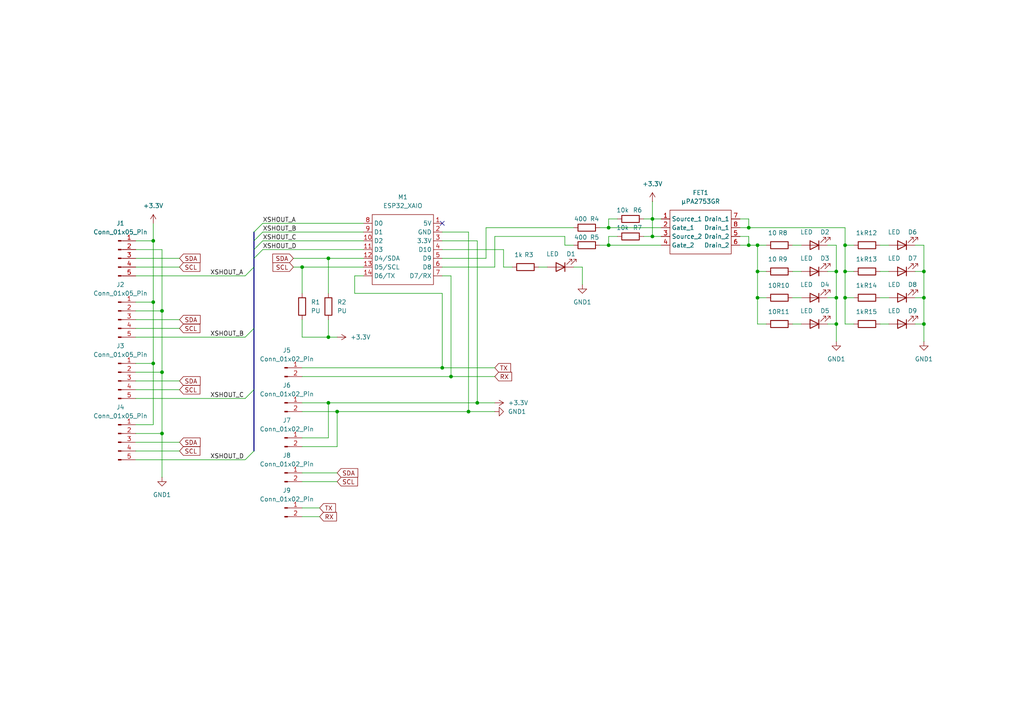
<source format=kicad_sch>
(kicad_sch (version 20231120) (generator "eeschema") (generator_version "8.0")
  (paper "A4")
  (lib_symbols
    (symbol "Connector:Conn_01x02_Pin" (pin_names (offset 1.016) hide)
      (property "Reference" "J" (at 0 2.54 0))
      (property "Value" "Conn_01x02_Pin" (at 0 -5.08 0))
      (symbol "Conn_01x02_Pin_1_1"
        (polyline (pts (xy 1.27 -2.54) (xy 0.8636 -2.54)) (stroke (width 0.1524)))
        (polyline (pts (xy 1.27 0) (xy 0.8636 0)) (stroke (width 0.1524)))
        (rectangle (start 0.8636 -2.413) (end 0 -2.667) (stroke (width 0.1524)) (fill (type outline)))
        (rectangle (start 0.8636 0.127) (end 0 -0.127) (stroke (width 0.1524)) (fill (type outline)))
        (pin passive line (at 5.08 0 180) (length 3.81) (name "Pin_1") (number "1"))
        (pin passive line (at 5.08 -2.54 180) (length 3.81) (name "Pin_2") (number "2"))
      )
    )
    (symbol "Connector:Conn_01x05_Pin" (pin_names (offset 1.016) hide)
      (property "Reference" "J" (at 0 7.62 0))
      (property "Value" "Conn_01x05_Pin" (at 0 -7.62 0))
      (symbol "Conn_01x05_Pin_1_1"
        (polyline (pts (xy 1.27 -5.08) (xy 0.8636 -5.08)) (stroke (width 0.1524)))
        (polyline (pts (xy 1.27 -2.54) (xy 0.8636 -2.54)) (stroke (width 0.1524)))
        (polyline (pts (xy 1.27 0) (xy 0.8636 0)) (stroke (width 0.1524)))
        (polyline (pts (xy 1.27 2.54) (xy 0.8636 2.54)) (stroke (width 0.1524)))
        (polyline (pts (xy 1.27 5.08) (xy 0.8636 5.08)) (stroke (width 0.1524)))
        (rectangle (start 0.8636 -4.953) (end 0 -5.207) (stroke (width 0.1524)) (fill (type outline)))
        (rectangle (start 0.8636 -2.413) (end 0 -2.667) (stroke (width 0.1524)) (fill (type outline)))
        (rectangle (start 0.8636 0.127) (end 0 -0.127) (stroke (width 0.1524)) (fill (type outline)))
        (rectangle (start 0.8636 2.667) (end 0 2.413) (stroke (width 0.1524)) (fill (type outline)))
        (rectangle (start 0.8636 5.207) (end 0 4.953) (stroke (width 0.1524)) (fill (type outline)))
        (pin passive line (at 5.08 5.08 180) (length 3.81) (name "Pin_1") (number "1"))
        (pin passive line (at 5.08 2.54 180) (length 3.81) (name "Pin_2") (number "2"))
        (pin passive line (at 5.08 0 180) (length 3.81) (name "Pin_3") (number "3"))
        (pin passive line (at 5.08 -2.54 180) (length 3.81) (name "Pin_4") (number "4"))
        (pin passive line (at 5.08 -5.08 180) (length 3.81) (name "Pin_5") (number "5"))
      )
    )
    (symbol "Device:LED" (pin_numbers hide) (pin_names (offset 1.016) hide)
      (property "Reference" "D" (at 0 2.54 0))
      (property "Value" "LED" (at 0 -2.54 0))
      (symbol "LED_0_1"
        (polyline (pts (xy -1.27 -1.27) (xy -1.27 1.27)) (stroke (width 0.254)))
        (polyline (pts (xy -1.27 0) (xy 1.27 0)))
        (polyline (pts (xy 1.27 -1.27) (xy 1.27 1.27) (xy -1.27 0) (xy 1.27 -1.27)) (stroke (width 0.254)))
        (polyline (pts (xy -3.048 -0.762) (xy -4.572 -2.286) (xy -3.81 -2.286) (xy -4.572 -2.286) (xy -4.572 -1.524)))
        (polyline (pts (xy -1.778 -0.762) (xy -3.302 -2.286) (xy -2.54 -2.286) (xy -3.302 -2.286) (xy -3.302 -1.524)))
      )
      (symbol "LED_1_1"
        (pin passive line (at -3.81 0 0) (length 2.54) (name "K") (number "1"))
        (pin passive line (at 3.81 0 180) (length 2.54) (name "A") (number "2"))
      )
    )
    (symbol "Device:R" (pin_numbers hide) (pin_names (offset 0))
      (property "Reference" "R" (at 2.032 0 90))
      (property "Value" "R" (at 0 0 90))
      (symbol "R_0_1"
        (rectangle (start -1.016 -2.54) (end 1.016 2.54) (stroke (width 0.254)))
      )
      (symbol "R_1_1"
        (pin passive line (at 0 3.81 270) (length 1.27) (name "~") (number "1"))
        (pin passive line (at 0 -3.81 90) (length 1.27) (name "~") (number "2"))
      )
    )
    (symbol "esp32_lib:xiao_esp32"
      (property "Reference" "M" (at 0 1.016 0))
      (property "Value" "ESP32_XAIO" (at -0.254 3.048 0))
      (symbol "xiao_esp32_0_1"
        (rectangle (start -8.89 0) (end 8.89 -20.32))
      )
      (symbol "xiao_esp32_1_1"
        (pin bidirectional line (at 11.43 -2.54 180) (length 2.54) (name "5V") (number "1"))
        (pin bidirectional line (at -11.43 -7.62 0) (length 2.54) (name "D2") (number "10"))
        (pin bidirectional line (at -11.43 -10.16 0) (length 2.54) (name "D3") (number "11"))
        (pin bidirectional line (at -11.43 -12.7 0) (length 2.54) (name "D4/SDA") (number "12"))
        (pin bidirectional line (at -11.43 -15.24 0) (length 2.54) (name "D5/SCL") (number "13"))
        (pin bidirectional line (at -11.43 -17.78 0) (length 2.54) (name "D6/TX") (number "14"))
        (pin bidirectional line (at 11.43 -5.08 180) (length 2.54) (name "GND") (number "2"))
        (pin bidirectional line (at 11.43 -7.62 180) (length 2.54) (name "3.3V") (number "3"))
        (pin bidirectional line (at 11.43 -10.16 180) (length 2.54) (name "D10") (number "4"))
        (pin bidirectional line (at 11.43 -12.7 180) (length 2.54) (name "D9") (number "5"))
        (pin bidirectional line (at 11.43 -15.24 180) (length 2.54) (name "D8") (number "6"))
        (pin bidirectional line (at 11.43 -17.78 180) (length 2.54) (name "D7/RX") (number "7"))
        (pin bidirectional line (at -11.43 -2.54 0) (length 2.54) (name "D0") (number "8"))
        (pin bidirectional line (at -11.43 -5.08 0) (length 2.54) (name "D1") (number "9"))
      )
    )
    (symbol "esp32_lib:μPA2753GR"
      (property "Reference" "FET" (at 0 1.27 0))
      (property "Value" "μPA2753GR" (at 0 3.048 0))
      (symbol "μPA2753GR_0_1"
        (rectangle (start -8.89 0) (end 8.89 -12.7))
      )
      (symbol "μPA2753GR_1_1"
        (pin power_in line (at -11.43 -2.54 0) (length 2.54) (name "Source_1") (number "1"))
        (pin input line (at -11.43 -5.08 0) (length 2.54) (name "Gate_1") (number "2"))
        (pin power_in line (at -11.43 -7.62 0) (length 2.54) (name "Source_2") (number "3"))
        (pin input line (at -11.43 -10.16 0) (length 2.54) (name "Gate_2") (number "4"))
        (pin power_out line (at 11.43 -7.62 180) (length 2.54) (name "Drain_2") (number "5"))
        (pin power_out line (at 11.43 -10.16 180) (length 2.54) (name "Drain_2") (number "6"))
        (pin power_out line (at 11.43 -2.54 180) (length 2.54) (name "Drain_1") (number "7"))
        (pin power_out line (at 11.43 -5.08 180) (length 2.54) (name "Drain_1") (number "8"))
      )
    )
    (symbol "power:+3.3V" (power) (pin_numbers hide) (pin_names (offset 0) hide)
      (property "Value" "+3.3V" (at 0 3.556 0))
      (symbol "+3.3V_0_1"
        (polyline (pts (xy -0.762 1.27) (xy 0 2.54)))
        (polyline (pts (xy 0 0) (xy 0 2.54)))
        (polyline (pts (xy 0 2.54) (xy 0.762 1.27)))
      )
      (symbol "+3.3V_1_1"
        (pin power_in line (at 0 0 90) (length 0) (name "~") (number "1"))
      )
    )
    (symbol "power:GND1" (power) (pin_numbers hide) (pin_names (offset 0) hide)
      (property "Value" "GND1" (at 0 -3.81 0))
      (symbol "GND1_0_1"
        (polyline (pts (xy 0 0) (xy 0 -1.27) (xy 1.27 -1.27) (xy 0 -2.54) (xy -1.27 -1.27) (xy 0 -1.27)))
      )
      (symbol "GND1_1_1"
        (pin power_in line (at 0 0 270) (length 0) (name "~") (number "1"))
      )
    )
  )
  (junction (at 44.45 87.63))
  (junction (at 44.45 105.41))
  (junction (at 242.57 86.36))
  (junction (at 189.23 63.5))
  (junction (at 219.71 71.12))
  (junction (at 46.99 107.95))
  (junction (at 130.81 109.22))
  (junction (at 245.11 86.36))
  (junction (at 135.89 119.38))
  (junction (at 95.25 116.84))
  (junction (at 189.23 68.58))
  (junction (at 176.53 66.04))
  (junction (at 217.17 66.04))
  (junction (at 267.97 78.74))
  (junction (at 46.99 90.17))
  (junction (at 217.17 71.12))
  (junction (at 245.11 71.12))
  (junction (at 245.11 78.74))
  (junction (at 97.79 119.38))
  (junction (at 95.25 74.93))
  (junction (at 128.27 106.68))
  (junction (at 267.97 93.98))
  (junction (at 87.63 77.47))
  (junction (at 219.71 78.74))
  (junction (at 219.71 86.36))
  (junction (at 95.25 97.79))
  (junction (at 44.45 69.85))
  (junction (at 242.57 93.98))
  (junction (at 138.43 116.84))
  (junction (at 46.99 125.73))
  (junction (at 242.57 78.74))
  (junction (at 267.97 86.36))
  (junction (at 176.53 71.12))
  (no_connect (at 128.27 64.77))
  (bus_entry (at 71.12 115.57) (size 2.54 -2.54))
  (bus_entry (at 73.66 74.93) (size 2.54 -2.54))
  (bus_entry (at 71.12 97.79) (size 2.54 -2.54))
  (bus_entry (at 73.66 67.31) (size 2.54 -2.54))
  (bus_entry (at 71.12 80.01) (size 2.54 -2.54))
  (bus_entry (at 73.66 69.85) (size 2.54 -2.54))
  (bus_entry (at 73.66 72.39) (size 2.54 -2.54))
  (bus_entry (at 71.12 133.35) (size 2.54 -2.54))
  (wire (pts (xy 39.37 95.25) (xy 52.07 95.25)))
  (wire (pts (xy 135.89 119.38) (xy 143.51 119.38)))
  (wire (pts (xy 156.21 77.47) (xy 158.75 77.47)))
  (wire (pts (xy 140.97 66.04) (xy 140.97 74.93)))
  (wire (pts (xy 173.99 66.04) (xy 176.53 66.04)))
  (bus (pts (xy 73.66 113.03) (xy 73.66 130.81)))
  (wire (pts (xy 267.97 86.36) (xy 267.97 93.98)))
  (wire (pts (xy 128.27 85.09) (xy 128.27 106.68)))
  (wire (pts (xy 128.27 106.68) (xy 143.51 106.68)))
  (wire (pts (xy 176.53 68.58) (xy 179.07 68.58)))
  (wire (pts (xy 39.37 77.47) (xy 52.07 77.47)))
  (wire (pts (xy 87.63 92.71) (xy 87.63 97.79)))
  (wire (pts (xy 229.87 86.36) (xy 232.41 86.36)))
  (wire (pts (xy 135.89 67.31) (xy 135.89 119.38)))
  (wire (pts (xy 176.53 63.5) (xy 179.07 63.5)))
  (wire (pts (xy 245.11 71.12) (xy 247.65 71.12)))
  (wire (pts (xy 265.43 86.36) (xy 267.97 86.36)))
  (wire (pts (xy 39.37 133.35) (xy 71.12 133.35)))
  (wire (pts (xy 189.23 58.42) (xy 189.23 63.5)))
  (wire (pts (xy 130.81 80.01) (xy 130.81 109.22)))
  (wire (pts (xy 240.03 78.74) (xy 242.57 78.74)))
  (wire (pts (xy 44.45 123.19) (xy 39.37 123.19)))
  (wire (pts (xy 39.37 105.41) (xy 44.45 105.41)))
  (wire (pts (xy 265.43 71.12) (xy 267.97 71.12)))
  (wire (pts (xy 95.25 116.84) (xy 138.43 116.84)))
  (wire (pts (xy 229.87 78.74) (xy 232.41 78.74)))
  (wire (pts (xy 95.25 92.71) (xy 95.25 97.79)))
  (wire (pts (xy 219.71 86.36) (xy 222.25 86.36)))
  (wire (pts (xy 245.11 71.12) (xy 245.11 78.74)))
  (wire (pts (xy 87.63 139.7) (xy 97.79 139.7)))
  (wire (pts (xy 130.81 80.01) (xy 128.27 80.01)))
  (wire (pts (xy 39.37 97.79) (xy 71.12 97.79)))
  (wire (pts (xy 217.17 66.04) (xy 245.11 66.04)))
  (wire (pts (xy 229.87 71.12) (xy 232.41 71.12)))
  (wire (pts (xy 240.03 71.12) (xy 242.57 71.12)))
  (wire (pts (xy 173.99 71.12) (xy 176.53 71.12)))
  (wire (pts (xy 267.97 93.98) (xy 267.97 99.06)))
  (wire (pts (xy 214.63 63.5) (xy 217.17 63.5)))
  (wire (pts (xy 176.53 71.12) (xy 176.53 68.58)))
  (wire (pts (xy 214.63 66.04) (xy 217.17 66.04)))
  (wire (pts (xy 87.63 137.16) (xy 97.79 137.16)))
  (wire (pts (xy 255.27 93.98) (xy 257.81 93.98)))
  (wire (pts (xy 97.79 119.38) (xy 135.89 119.38)))
  (wire (pts (xy 87.63 109.22) (xy 130.81 109.22)))
  (wire (pts (xy 39.37 128.27) (xy 52.07 128.27)))
  (bus (pts (xy 73.66 69.85) (xy 73.66 72.39)))
  (wire (pts (xy 76.2 72.39) (xy 105.41 72.39)))
  (wire (pts (xy 242.57 93.98) (xy 242.57 99.06)))
  (bus (pts (xy 73.66 72.39) (xy 73.66 74.93)))
  (wire (pts (xy 186.69 63.5) (xy 189.23 63.5)))
  (wire (pts (xy 245.11 86.36) (xy 247.65 86.36)))
  (wire (pts (xy 217.17 63.5) (xy 217.17 66.04)))
  (wire (pts (xy 102.87 80.01) (xy 102.87 85.09)))
  (wire (pts (xy 245.11 93.98) (xy 247.65 93.98)))
  (wire (pts (xy 146.05 77.47) (xy 148.59 77.47)))
  (wire (pts (xy 44.45 69.85) (xy 44.45 87.63)))
  (wire (pts (xy 76.2 64.77) (xy 105.41 64.77)))
  (wire (pts (xy 138.43 69.85) (xy 138.43 116.84)))
  (wire (pts (xy 245.11 78.74) (xy 247.65 78.74)))
  (wire (pts (xy 87.63 77.47) (xy 87.63 85.09)))
  (wire (pts (xy 255.27 78.74) (xy 257.81 78.74)))
  (wire (pts (xy 76.2 69.85) (xy 105.41 69.85)))
  (bus (pts (xy 73.66 95.25) (xy 73.66 113.03)))
  (wire (pts (xy 87.63 106.68) (xy 128.27 106.68)))
  (wire (pts (xy 95.25 74.93) (xy 95.25 85.09)))
  (wire (pts (xy 267.97 78.74) (xy 267.97 86.36)))
  (wire (pts (xy 46.99 107.95) (xy 46.99 125.73)))
  (wire (pts (xy 255.27 71.12) (xy 257.81 71.12)))
  (wire (pts (xy 39.37 69.85) (xy 44.45 69.85)))
  (wire (pts (xy 76.2 67.31) (xy 105.41 67.31)))
  (wire (pts (xy 146.05 72.39) (xy 146.05 77.47)))
  (wire (pts (xy 245.11 66.04) (xy 245.11 71.12)))
  (wire (pts (xy 39.37 110.49) (xy 52.07 110.49)))
  (wire (pts (xy 105.41 80.01) (xy 102.87 80.01)))
  (wire (pts (xy 219.71 93.98) (xy 222.25 93.98)))
  (wire (pts (xy 219.71 71.12) (xy 222.25 71.12)))
  (wire (pts (xy 176.53 66.04) (xy 191.77 66.04)))
  (wire (pts (xy 229.87 93.98) (xy 232.41 93.98)))
  (wire (pts (xy 39.37 107.95) (xy 46.99 107.95)))
  (bus (pts (xy 73.66 67.31) (xy 73.66 69.85)))
  (wire (pts (xy 265.43 93.98) (xy 267.97 93.98)))
  (wire (pts (xy 39.37 90.17) (xy 46.99 90.17)))
  (wire (pts (xy 39.37 130.81) (xy 52.07 130.81)))
  (wire (pts (xy 267.97 71.12) (xy 267.97 78.74)))
  (wire (pts (xy 189.23 63.5) (xy 191.77 63.5)))
  (bus (pts (xy 73.66 74.93) (xy 73.66 77.47)))
  (wire (pts (xy 255.27 86.36) (xy 257.81 86.36)))
  (wire (pts (xy 95.25 97.79) (xy 97.79 97.79)))
  (wire (pts (xy 128.27 72.39) (xy 146.05 72.39)))
  (wire (pts (xy 39.37 74.93) (xy 52.07 74.93)))
  (wire (pts (xy 240.03 93.98) (xy 242.57 93.98)))
  (wire (pts (xy 143.51 68.58) (xy 163.83 68.58)))
  (wire (pts (xy 87.63 149.86) (xy 92.71 149.86)))
  (wire (pts (xy 85.09 74.93) (xy 95.25 74.93)))
  (wire (pts (xy 87.63 127) (xy 95.25 127)))
  (wire (pts (xy 245.11 78.74) (xy 245.11 86.36)))
  (wire (pts (xy 138.43 116.84) (xy 143.51 116.84)))
  (wire (pts (xy 219.71 78.74) (xy 219.71 86.36)))
  (wire (pts (xy 46.99 90.17) (xy 46.99 107.95)))
  (wire (pts (xy 44.45 87.63) (xy 44.45 105.41)))
  (wire (pts (xy 128.27 69.85) (xy 138.43 69.85)))
  (wire (pts (xy 44.45 64.77) (xy 44.45 69.85)))
  (wire (pts (xy 242.57 71.12) (xy 242.57 78.74)))
  (wire (pts (xy 39.37 87.63) (xy 44.45 87.63)))
  (wire (pts (xy 39.37 80.01) (xy 71.12 80.01)))
  (wire (pts (xy 217.17 71.12) (xy 219.71 71.12)))
  (bus (pts (xy 73.66 77.47) (xy 73.66 95.25)))
  (wire (pts (xy 163.83 68.58) (xy 163.83 71.12)))
  (wire (pts (xy 214.63 71.12) (xy 217.17 71.12)))
  (wire (pts (xy 44.45 105.41) (xy 44.45 123.19)))
  (wire (pts (xy 240.03 86.36) (xy 242.57 86.36)))
  (wire (pts (xy 242.57 78.74) (xy 242.57 86.36)))
  (wire (pts (xy 87.63 147.32) (xy 92.71 147.32)))
  (wire (pts (xy 46.99 125.73) (xy 39.37 125.73)))
  (wire (pts (xy 95.25 74.93) (xy 105.41 74.93)))
  (wire (pts (xy 39.37 115.57) (xy 71.12 115.57)))
  (wire (pts (xy 219.71 78.74) (xy 222.25 78.74)))
  (wire (pts (xy 265.43 78.74) (xy 267.97 78.74)))
  (wire (pts (xy 189.23 68.58) (xy 191.77 68.58)))
  (wire (pts (xy 219.71 71.12) (xy 219.71 78.74)))
  (wire (pts (xy 97.79 129.54) (xy 97.79 119.38)))
  (wire (pts (xy 166.37 77.47) (xy 168.91 77.47)))
  (wire (pts (xy 176.53 71.12) (xy 191.77 71.12)))
  (wire (pts (xy 214.63 68.58) (xy 217.17 68.58)))
  (wire (pts (xy 39.37 113.03) (xy 52.07 113.03)))
  (wire (pts (xy 128.27 74.93) (xy 140.97 74.93)))
  (wire (pts (xy 87.63 97.79) (xy 95.25 97.79)))
  (wire (pts (xy 95.25 127) (xy 95.25 116.84)))
  (wire (pts (xy 128.27 67.31) (xy 135.89 67.31)))
  (wire (pts (xy 245.11 86.36) (xy 245.11 93.98)))
  (wire (pts (xy 39.37 92.71) (xy 52.07 92.71)))
  (wire (pts (xy 168.91 77.47) (xy 168.91 82.55)))
  (wire (pts (xy 46.99 72.39) (xy 46.99 90.17)))
  (wire (pts (xy 102.87 85.09) (xy 128.27 85.09)))
  (wire (pts (xy 163.83 71.12) (xy 166.37 71.12)))
  (wire (pts (xy 85.09 77.47) (xy 87.63 77.47)))
  (wire (pts (xy 87.63 77.47) (xy 105.41 77.47)))
  (wire (pts (xy 140.97 66.04) (xy 166.37 66.04)))
  (wire (pts (xy 87.63 129.54) (xy 97.79 129.54)))
  (wire (pts (xy 87.63 116.84) (xy 95.25 116.84)))
  (wire (pts (xy 128.27 77.47) (xy 143.51 77.47)))
  (wire (pts (xy 217.17 68.58) (xy 217.17 71.12)))
  (wire (pts (xy 46.99 125.73) (xy 46.99 138.43)))
  (wire (pts (xy 219.71 86.36) (xy 219.71 93.98)))
  (wire (pts (xy 39.37 72.39) (xy 46.99 72.39)))
  (wire (pts (xy 189.23 63.5) (xy 189.23 68.58)))
  (wire (pts (xy 87.63 119.38) (xy 97.79 119.38)))
  (wire (pts (xy 242.57 86.36) (xy 242.57 93.98)))
  (wire (pts (xy 186.69 68.58) (xy 189.23 68.58)))
  (wire (pts (xy 143.51 68.58) (xy 143.51 77.47)))
  (wire (pts (xy 176.53 66.04) (xy 176.53 63.5)))
  (wire (pts (xy 130.81 109.22) (xy 143.51 109.22)))
  (label "XSHOUT_D" (at 60.96 133.35 0))
  (label "XSHOUT_B" (at 76.2 67.31 0))
  (label "XSHOUT_A" (at 60.96 80.01 0))
  (label "XSHOUT_C" (at 60.96 115.57 0))
  (label "XSHOUT_D" (at 76.2 72.39 0))
  (label "XSHOUT_C" (at 76.2 69.85 0))
  (label "XSHOUT_A" (at 76.2 64.77 0))
  (label "XSHOUT_B" (at 60.96 97.79 0))
  (global_label "RX" (shape input) (at 92.71 149.86 0) (property "Intersheetrefs" "${INTERSHEET_REFS}" (effects (hide yes))))
  (global_label "SDA" (shape input) (at 52.07 110.49 0) (property "Intersheetrefs" "${INTERSHEET_REFS}" (effects (hide yes))))
  (global_label "TX" (shape input) (at 143.51 106.68 0) (property "Intersheetrefs" "${INTERSHEET_REFS}" (effects (hide yes))))
  (global_label "SDA" (shape input) (at 52.07 128.27 0) (property "Intersheetrefs" "${INTERSHEET_REFS}" (effects (hide yes))))
  (global_label "TX" (shape input) (at 92.71 147.32 0) (property "Intersheetrefs" "${INTERSHEET_REFS}" (effects (hide yes))))
  (global_label "SCL" (shape input) (at 85.09 77.47 180) (property "Intersheetrefs" "${INTERSHEET_REFS}" (effects (hide yes))))
  (global_label "SCL" (shape input) (at 52.07 95.25 0) (property "Intersheetrefs" "${INTERSHEET_REFS}" (effects (hide yes))))
  (global_label "SCL" (shape input) (at 52.07 130.81 0) (property "Intersheetrefs" "${INTERSHEET_REFS}" (effects (hide yes))))
  (global_label "SDA" (shape input) (at 52.07 74.93 0) (property "Intersheetrefs" "${INTERSHEET_REFS}" (effects (hide yes))))
  (global_label "SDA" (shape input) (at 52.07 92.71 0) (property "Intersheetrefs" "${INTERSHEET_REFS}" (effects (hide yes))))
  (global_label "SCL" (shape input) (at 97.79 139.7 0) (property "Intersheetrefs" "${INTERSHEET_REFS}" (effects (hide yes))))
  (global_label "SDA" (shape input) (at 85.09 74.93 180) (property "Intersheetrefs" "${INTERSHEET_REFS}" (effects (hide yes))))
  (global_label "SCL" (shape input) (at 52.07 113.03 0) (property "Intersheetrefs" "${INTERSHEET_REFS}" (effects (hide yes))))
  (global_label "RX" (shape input) (at 143.51 109.22 0) (property "Intersheetrefs" "${INTERSHEET_REFS}" (effects (hide yes))))
  (global_label "SDA" (shape input) (at 97.79 137.16 0) (property "Intersheetrefs" "${INTERSHEET_REFS}" (effects (hide yes))))
  (global_label "SCL" (shape input) (at 52.07 77.47 0) (property "Intersheetrefs" "${INTERSHEET_REFS}" (effects (hide yes))))
  (symbol (lib_id "Connector:Conn_01x02_Pin") (at 82.55 137.16 0) (unit 1)
    (property "Reference" "J8" (at 83.185 132.08 0))
    (property "Value" "Conn_01x02_Pin" (at 83.185 134.62 0))
    (property "Footprint" "esp32_lib_pcb:2.54mm_pin" (effects (hide yes)))
    (property "Description" "Generic connector, single row, 01x02, script generated" (effects (hide yes)))
  )
  (symbol (lib_id "Device:LED") (at 236.22 86.36 180) (unit 1)
    (property "Reference" "D4" (at 239.268 82.55 0))
    (property "Value" "LED" (at 233.934 82.55 0))
    (property "Footprint" "esp32_lib_pcb:LEDM3528X190N" (effects (hide yes)))
    (property "Description" "Light emitting diode" (effects (hide yes)))
  )
  (symbol (lib_id "Connector:Conn_01x05_Pin") (at 34.29 74.93 0) (unit 1)
    (property "Reference" "J1" (at 34.925 64.77 0))
    (property "Value" "Conn_01x05_Pin" (at 34.925 67.31 0))
    (property "Footprint" "Connector_JST:JST_PH_S5B-PH-K_1x05_P2.00mm_Horizontal" (effects (hide yes)))
    (property "Description" "Generic connector, single row, 01x05, script generated" (effects (hide yes)))
  )
  (symbol (lib_id "Device:R") (at 226.06 71.12 90) (unit 1)
    (property "Reference" "R8" (at 227.076 67.564 90))
    (property "Value" "10" (at 224.028 67.564 90))
    (property "Footprint" "Resistor_SMD:R_0603_1608Metric" (effects (hide yes)))
    (property "Description" "Resistor" (effects (hide yes)))
  )
  (symbol (lib_id "Device:R") (at 226.06 78.74 90) (unit 1)
    (property "Reference" "R9" (at 227.076 75.184 90))
    (property "Value" "10" (at 224.028 75.184 90))
    (property "Footprint" "Resistor_SMD:R_0603_1608Metric" (effects (hide yes)))
    (property "Description" "Resistor" (effects (hide yes)))
  )
  (symbol (lib_id "Device:LED") (at 261.62 86.36 180) (unit 1)
    (property "Reference" "D8" (at 264.668 82.55 0))
    (property "Value" "LED" (at 259.334 82.55 0))
    (property "Footprint" "Diode_SMD:D_0603_1608Metric_Pad1.05x0.95mm_HandSolder" (effects (hide yes)))
    (property "Description" "Light emitting diode" (effects (hide yes)))
  )
  (symbol (lib_id "Connector:Conn_01x05_Pin") (at 34.29 128.27 0) (unit 1)
    (property "Reference" "J4" (at 34.925 118.11 0))
    (property "Value" "Conn_01x05_Pin" (at 34.925 120.65 0))
    (property "Footprint" "Connector_JST:JST_PH_S5B-PH-K_1x05_P2.00mm_Horizontal" (effects (hide yes)))
    (property "Description" "Generic connector, single row, 01x05, script generated" (effects (hide yes)))
  )
  (symbol (lib_id "Connector:Conn_01x02_Pin") (at 82.55 106.68 0) (unit 1)
    (property "Reference" "J5" (at 83.185 101.6 0))
    (property "Value" "Conn_01x02_Pin" (at 83.185 104.14 0))
    (property "Footprint" "Connector_JST:JST_PH_S2B-PH-K_1x02_P2.00mm_Horizontal" (effects (hide yes)))
    (property "Description" "Generic connector, single row, 01x02, script generated" (effects (hide yes)))
  )
  (symbol (lib_id "Device:R") (at 251.46 86.36 90) (unit 1)
    (property "Reference" "R14" (at 252.476 82.804 90))
    (property "Value" "1k" (at 249.428 82.804 90))
    (property "Footprint" "Resistor_SMD:R_0603_1608Metric" (effects (hide yes)))
    (property "Description" "Resistor" (effects (hide yes)))
  )
  (symbol (lib_id "power:GND1") (at 143.51 119.38 90) (unit 1)
    (property "Reference" "#PWR05" (effects (hide yes)))
    (property "Value" "GND1" (at 147.32 119.3799 90) (effects (justify right)))
    (property "Description" "Power symbol creates a global label with name \"GND1\" , ground" (effects (hide yes)))
  )
  (symbol (lib_id "power:+3.3V") (at 143.51 116.84 270) (unit 1)
    (property "Reference" "#PWR04" (effects (hide yes)))
    (property "Value" "+3.3V" (at 147.32 116.8399 90) (effects (justify left)))
    (property "Description" "Power symbol creates a global label with name \"+3.3V\"" (effects (hide yes)))
  )
  (symbol (lib_id "Connector:Conn_01x02_Pin") (at 82.55 147.32 0) (unit 1)
    (property "Reference" "J9" (at 83.185 142.24 0))
    (property "Value" "Conn_01x02_Pin" (at 83.185 144.78 0))
    (property "Footprint" "esp32_lib_pcb:2.54mm_pin" (effects (hide yes)))
    (property "Description" "Generic connector, single row, 01x02, script generated" (effects (hide yes)))
  )
  (symbol (lib_id "power:GND1") (at 242.57 99.06 0) (unit 1)
    (property "Reference" "#PWR08" (effects (hide yes)))
    (property "Value" "GND1" (at 242.57 104.14 0))
    (property "Description" "Power symbol creates a global label with name \"GND1\" , ground" (effects (hide yes)))
  )
  (symbol (lib_id "Device:LED") (at 162.56 77.47 180) (unit 1)
    (property "Reference" "D1" (at 165.608 73.66 0))
    (property "Value" "LED" (at 160.274 73.66 0))
    (property "Footprint" "Diode_SMD:D_0603_1608Metric_Pad1.05x0.95mm_HandSolder" (effects (hide yes)))
    (property "Description" "Light emitting diode" (effects (hide yes)))
  )
  (symbol (lib_id "Device:R") (at 170.18 71.12 90) (unit 1)
    (property "Reference" "R5" (at 172.466 68.834 90))
    (property "Value" "400" (at 168.402 68.834 90))
    (property "Footprint" "Resistor_SMD:R_0603_1608Metric" (effects (hide yes)))
    (property "Description" "Resistor" (effects (hide yes)))
  )
  (symbol (lib_id "Device:LED") (at 261.62 93.98 180) (unit 1)
    (property "Reference" "D9" (at 264.668 90.17 0))
    (property "Value" "LED" (at 259.334 90.17 0))
    (property "Footprint" "Diode_SMD:D_0603_1608Metric_Pad1.05x0.95mm_HandSolder" (effects (hide yes)))
    (property "Description" "Light emitting diode" (effects (hide yes)))
  )
  (symbol (lib_id "Device:LED") (at 261.62 78.74 180) (unit 1)
    (property "Reference" "D7" (at 264.668 74.93 0))
    (property "Value" "LED" (at 259.334 74.93 0))
    (property "Footprint" "Diode_SMD:D_0603_1608Metric_Pad1.05x0.95mm_HandSolder" (effects (hide yes)))
    (property "Description" "Light emitting diode" (effects (hide yes)))
  )
  (symbol (lib_id "power:GND1") (at 46.99 138.43 0) (unit 1)
    (property "Reference" "#PWR02" (effects (hide yes)))
    (property "Value" "GND1" (at 46.99 143.51 0))
    (property "Description" "Power symbol creates a global label with name \"GND1\" , ground" (effects (hide yes)))
  )
  (symbol (lib_id "power:+3.3V") (at 44.45 64.77 0) (unit 1)
    (property "Reference" "#PWR01" (effects (hide yes)))
    (property "Value" "+3.3V" (at 44.45 59.69 0))
    (property "Description" "Power symbol creates a global label with name \"+3.3V\"" (effects (hide yes)))
  )
  (symbol (lib_id "Device:R") (at 251.46 93.98 90) (unit 1)
    (property "Reference" "R15" (at 252.476 90.424 90))
    (property "Value" "1k" (at 249.428 90.424 90))
    (property "Footprint" "Resistor_SMD:R_0603_1608Metric" (effects (hide yes)))
    (property "Description" "Resistor" (effects (hide yes)))
  )
  (symbol (lib_id "Device:LED") (at 236.22 71.12 180) (unit 1)
    (property "Reference" "D2" (at 239.268 67.31 0))
    (property "Value" "LED" (at 233.934 67.31 0))
    (property "Footprint" "esp32_lib_pcb:LEDM3528X190N" (effects (hide yes)))
    (property "Description" "Light emitting diode" (effects (hide yes)))
  )
  (symbol (lib_id "Device:R") (at 170.18 66.04 90) (unit 1)
    (property "Reference" "R4" (at 172.466 63.5 90))
    (property "Value" "400" (at 168.402 63.5 90))
    (property "Footprint" "Resistor_SMD:R_0603_1608Metric" (effects (hide yes)))
    (property "Description" "Resistor" (effects (hide yes)))
  )
  (symbol (lib_id "Device:R") (at 251.46 71.12 90) (unit 1)
    (property "Reference" "R12" (at 252.476 67.564 90))
    (property "Value" "1k" (at 249.428 67.564 90))
    (property "Footprint" "Resistor_SMD:R_0603_1608Metric" (effects (hide yes)))
    (property "Description" "Resistor" (effects (hide yes)))
  )
  (symbol (lib_id "Connector:Conn_01x02_Pin") (at 82.55 116.84 0) (unit 1)
    (property "Reference" "J6" (at 83.185 111.76 0))
    (property "Value" "Conn_01x02_Pin" (at 83.185 114.3 0))
    (property "Footprint" "Connector_JST:JST_PH_S2B-PH-K_1x02_P2.00mm_Horizontal" (effects (hide yes)))
    (property "Description" "Generic connector, single row, 01x02, script generated" (effects (hide yes)))
  )
  (symbol (lib_id "Connector:Conn_01x02_Pin") (at 82.55 127 0) (unit 1)
    (property "Reference" "J7" (at 83.185 121.92 0))
    (property "Value" "Conn_01x02_Pin" (at 83.185 124.46 0))
    (property "Footprint" "esp32_lib_pcb:2.54mm_pin" (effects (hide yes)))
    (property "Description" "Generic connector, single row, 01x02, script generated" (effects (hide yes)))
  )
  (symbol (lib_id "Device:LED") (at 236.22 93.98 180) (unit 1)
    (property "Reference" "D5" (at 239.268 90.17 0))
    (property "Value" "LED" (at 233.934 90.17 0))
    (property "Footprint" "esp32_lib_pcb:LEDM3528X190N" (effects (hide yes)))
    (property "Description" "Light emitting diode" (effects (hide yes)))
  )
  (symbol (lib_id "Device:R") (at 152.4 77.47 90) (unit 1)
    (property "Reference" "R3" (at 153.416 73.914 90))
    (property "Value" "1k" (at 150.368 73.914 90))
    (property "Footprint" "Resistor_SMD:R_0603_1608Metric" (effects (hide yes)))
    (property "Description" "Resistor" (effects (hide yes)))
  )
  (symbol (lib_id "Device:R") (at 182.88 68.58 90) (unit 1)
    (property "Reference" "R7" (at 184.912 66.04 90))
    (property "Value" "10k" (at 180.594 66.04 90))
    (property "Footprint" "Resistor_SMD:R_0603_1608Metric" (effects (hide yes)))
    (property "Description" "Resistor" (effects (hide yes)))
  )
  (symbol (lib_id "Connector:Conn_01x05_Pin") (at 34.29 92.71 0) (unit 1)
    (property "Reference" "J2" (at 34.925 82.55 0))
    (property "Value" "Conn_01x05_Pin" (at 34.925 85.09 0))
    (property "Footprint" "Connector_JST:JST_PH_S5B-PH-K_1x05_P2.00mm_Horizontal" (effects (hide yes)))
    (property "Description" "Generic connector, single row, 01x05, script generated" (effects (hide yes)))
  )
  (symbol (lib_id "Device:R") (at 226.06 93.98 90) (unit 1)
    (property "Reference" "R11" (at 227.076 90.424 90))
    (property "Value" "10" (at 224.028 90.424 90))
    (property "Footprint" "Resistor_SMD:R_0603_1608Metric" (effects (hide yes)))
    (property "Description" "Resistor" (effects (hide yes)))
  )
  (symbol (lib_id "Device:R") (at 182.88 63.5 90) (unit 1)
    (property "Reference" "R6" (at 184.912 60.96 90))
    (property "Value" "10k" (at 180.594 60.96 90))
    (property "Footprint" "Resistor_SMD:R_0603_1608Metric" (effects (hide yes)))
    (property "Description" "Resistor" (effects (hide yes)))
  )
  (symbol (lib_id "esp32_lib:μPA2753GR") (at 203.2 60.96 0) (unit 1)
    (property "Reference" "FET1" (at 203.2 55.88 0))
    (property "Value" "μPA2753GR" (at 203.2 58.42 0))
    (property "Footprint" "Package_SO:HSOP-8-1EP_3.9x4.9mm_P1.27mm_EP2.3x2.3mm" (effects (hide yes)))
  )
  (symbol (lib_id "Connector:Conn_01x05_Pin") (at 34.29 110.49 0) (unit 1)
    (property "Reference" "J3" (at 34.925 100.33 0))
    (property "Value" "Conn_01x05_Pin" (at 34.925 102.87 0))
    (property "Footprint" "Connector_JST:JST_PH_S5B-PH-K_1x05_P2.00mm_Horizontal" (effects (hide yes)))
    (property "Description" "Generic connector, single row, 01x05, script generated" (effects (hide yes)))
  )
  (symbol (lib_id "power:+3.3V") (at 97.79 97.79 270) (unit 1)
    (property "Reference" "#PWR03" (effects (hide yes)))
    (property "Value" "+3.3V" (at 101.6 97.7899 90) (effects (justify left)))
    (property "Description" "Power symbol creates a global label with name \"+3.3V\"" (effects (hide yes)))
  )
  (symbol (lib_id "Device:LED") (at 236.22 78.74 180) (unit 1)
    (property "Reference" "D3" (at 239.268 74.93 0))
    (property "Value" "LED" (at 233.934 74.93 0))
    (property "Footprint" "esp32_lib_pcb:LEDM3528X190N" (effects (hide yes)))
    (property "Description" "Light emitting diode" (effects (hide yes)))
  )
  (symbol (lib_id "power:+3.3V") (at 189.23 58.42 0) (unit 1)
    (property "Reference" "#PWR07" (effects (hide yes)))
    (property "Value" "+3.3V" (at 189.23 53.34 0))
    (property "Description" "Power symbol creates a global label with name \"+3.3V\"" (effects (hide yes)))
  )
  (symbol (lib_id "Device:R") (at 226.06 86.36 90) (unit 1)
    (property "Reference" "R10" (at 227.076 82.804 90))
    (property "Value" "10" (at 224.028 82.804 90))
    (property "Footprint" "Resistor_SMD:R_0603_1608Metric" (effects (hide yes)))
    (property "Description" "Resistor" (effects (hide yes)))
  )
  (symbol (lib_id "Device:R") (at 87.63 88.9 0) (unit 1)
    (property "Reference" "R1" (at 90.17 87.6299 0) (effects (justify left)))
    (property "Value" "PU" (at 90.17 90.1699 0) (effects (justify left)))
    (property "Footprint" "Resistor_SMD:R_0603_1608Metric" (effects (hide yes)))
    (property "Description" "Resistor" (effects (hide yes)))
  )
  (symbol (lib_id "esp32_lib:xiao_esp32") (at 116.84 62.23 0) (unit 1)
    (property "Reference" "M1" (at 116.84 57.15 0))
    (property "Value" "ESP32_XAIO" (at 116.84 59.69 0))
    (property "Footprint" "esp32_lib_pcb:ESP32_XIAO" (effects (hide yes)))
  )
  (symbol (lib_id "power:GND1") (at 168.91 82.55 0) (unit 1)
    (property "Reference" "#PWR06" (effects (hide yes)))
    (property "Value" "GND1" (at 168.91 87.63 0))
    (property "Description" "Power symbol creates a global label with name \"GND1\" , ground" (effects (hide yes)))
  )
  (symbol (lib_id "power:GND1") (at 267.97 99.06 0) (unit 1)
    (property "Reference" "#PWR09" (effects (hide yes)))
    (property "Value" "GND1" (at 267.97 104.14 0))
    (property "Description" "Power symbol creates a global label with name \"GND1\" , ground" (effects (hide yes)))
  )
  (symbol (lib_id "Device:LED") (at 261.62 71.12 180) (unit 1)
    (property "Reference" "D6" (at 264.668 67.31 0))
    (property "Value" "LED" (at 259.334 67.31 0))
    (property "Footprint" "Diode_SMD:D_0603_1608Metric_Pad1.05x0.95mm_HandSolder" (effects (hide yes)))
    (property "Description" "Light emitting diode" (effects (hide yes)))
  )
  (symbol (lib_id "Device:R") (at 95.25 88.9 0) (unit 1)
    (property "Reference" "R2" (at 97.79 87.6299 0) (effects (justify left)))
    (property "Value" "PU" (at 97.79 90.1699 0) (effects (justify left)))
    (property "Footprint" "Resistor_SMD:R_0603_1608Metric" (effects (hide yes)))
    (property "Description" "Resistor" (effects (hide yes)))
  )
  (symbol (lib_id "Device:R") (at 251.46 78.74 90) (unit 1)
    (property "Reference" "R13" (at 252.476 75.184 90))
    (property "Value" "1k" (at 249.428 75.184 90))
    (property "Footprint" "Resistor_SMD:R_0603_1608Metric" (effects (hide yes)))
    (property "Description" "Resistor" (effects (hide yes)))
  )
)
</source>
